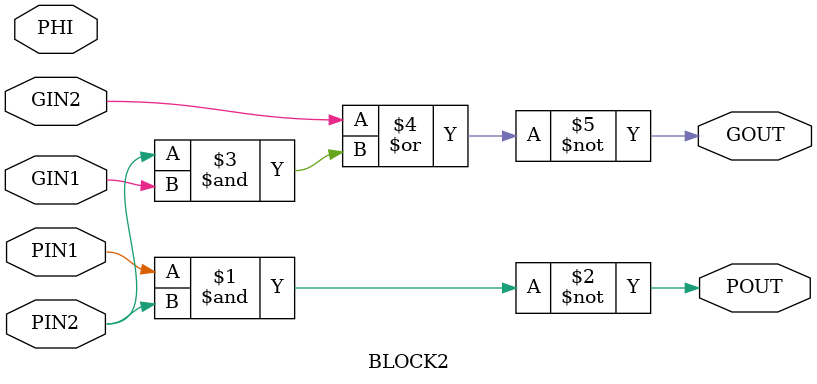
<source format=v>
module BLOCK2 ( PIN1, PIN2, GIN1, GIN2, PHI, POUT, GOUT );
input  PIN1;
input  PIN2;
input  GIN1;
input  GIN2;
input  PHI;
output POUT;
output GOUT;
   assign POUT =  ~ (PIN1 & PIN2);
   assign GOUT =  ~ (GIN2 | (PIN2 & GIN1));
endmodule
</source>
